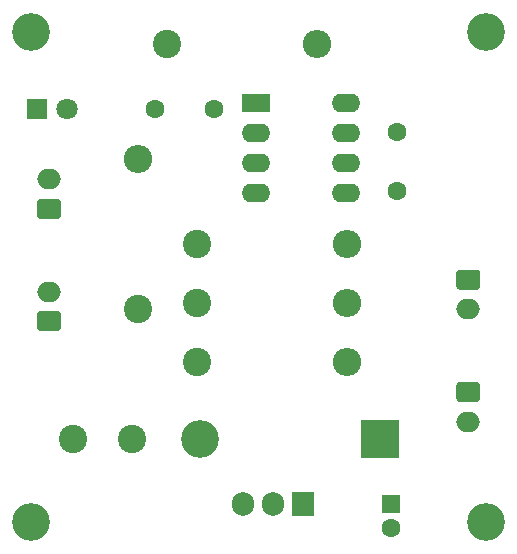
<source format=gbr>
%TF.GenerationSoftware,KiCad,Pcbnew,(5.1.7)-1*%
%TF.CreationDate,2021-06-02T10:40:56+01:00*%
%TF.ProjectId,12_24_boost_converter,31325f32-345f-4626-9f6f-73745f636f6e,rev?*%
%TF.SameCoordinates,Original*%
%TF.FileFunction,Soldermask,Bot*%
%TF.FilePolarity,Negative*%
%FSLAX46Y46*%
G04 Gerber Fmt 4.6, Leading zero omitted, Abs format (unit mm)*
G04 Created by KiCad (PCBNEW (5.1.7)-1) date 2021-06-02 10:40:56*
%MOMM*%
%LPD*%
G01*
G04 APERTURE LIST*
%ADD10O,2.000000X1.700000*%
%ADD11C,2.400000*%
%ADD12O,2.400000X2.400000*%
%ADD13C,1.800000*%
%ADD14R,1.800000X1.800000*%
%ADD15O,3.200000X3.200000*%
%ADD16R,3.200000X3.200000*%
%ADD17R,2.400000X1.600000*%
%ADD18O,2.400000X1.600000*%
%ADD19R,1.600000X1.600000*%
%ADD20C,1.600000*%
%ADD21R,1.905000X2.000000*%
%ADD22O,1.905000X2.000000*%
%ADD23C,3.200000*%
G04 APERTURE END LIST*
D10*
%TO.C,J4*%
X145500000Y-116500000D03*
G36*
G01*
X144750000Y-113150000D02*
X146250000Y-113150000D01*
G75*
G02*
X146500000Y-113400000I0J-250000D01*
G01*
X146500000Y-114600000D01*
G75*
G02*
X146250000Y-114850000I-250000J0D01*
G01*
X144750000Y-114850000D01*
G75*
G02*
X144500000Y-114600000I0J250000D01*
G01*
X144500000Y-113400000D01*
G75*
G02*
X144750000Y-113150000I250000J0D01*
G01*
G37*
%TD*%
D11*
%TO.C,L1*%
X117000000Y-118000000D03*
X112000000Y-118000000D03*
%TD*%
D12*
%TO.C,R5*%
X132700000Y-84500000D03*
D11*
X120000000Y-84500000D03*
%TD*%
D13*
%TO.C,D2*%
X111540000Y-90000000D03*
D14*
X109000000Y-90000000D03*
%TD*%
D15*
%TO.C,D1*%
X122760000Y-118000000D03*
D16*
X138000000Y-118000000D03*
%TD*%
D17*
%TO.C,U1*%
X127500000Y-89500000D03*
D18*
X135120000Y-97120000D03*
X127500000Y-92040000D03*
X135120000Y-94580000D03*
X127500000Y-94580000D03*
X135120000Y-92040000D03*
X127500000Y-97120000D03*
X135120000Y-89500000D03*
%TD*%
D12*
%TO.C,R1*%
X135200000Y-101500000D03*
D11*
X122500000Y-101500000D03*
%TD*%
%TO.C,J3*%
G36*
G01*
X144750000Y-103650000D02*
X146250000Y-103650000D01*
G75*
G02*
X146500000Y-103900000I0J-250000D01*
G01*
X146500000Y-105100000D01*
G75*
G02*
X146250000Y-105350000I-250000J0D01*
G01*
X144750000Y-105350000D01*
G75*
G02*
X144500000Y-105100000I0J250000D01*
G01*
X144500000Y-103900000D01*
G75*
G02*
X144750000Y-103650000I250000J0D01*
G01*
G37*
D10*
X145500000Y-107000000D03*
%TD*%
D19*
%TO.C,C3*%
X139000000Y-123500000D03*
D20*
X139000000Y-125500000D03*
%TD*%
D11*
%TO.C,R4*%
X122500000Y-111500000D03*
D12*
X135200000Y-111500000D03*
%TD*%
D11*
%TO.C,R3*%
X117500000Y-107000000D03*
D12*
X117500000Y-94300000D03*
%TD*%
%TO.C,R2*%
X135200000Y-106500000D03*
D11*
X122500000Y-106500000D03*
%TD*%
D20*
%TO.C,C1*%
X119000000Y-90000000D03*
X124000000Y-90000000D03*
%TD*%
%TO.C,J2*%
G36*
G01*
X110750000Y-108850000D02*
X109250000Y-108850000D01*
G75*
G02*
X109000000Y-108600000I0J250000D01*
G01*
X109000000Y-107400000D01*
G75*
G02*
X109250000Y-107150000I250000J0D01*
G01*
X110750000Y-107150000D01*
G75*
G02*
X111000000Y-107400000I0J-250000D01*
G01*
X111000000Y-108600000D01*
G75*
G02*
X110750000Y-108850000I-250000J0D01*
G01*
G37*
D10*
X110000000Y-105500000D03*
%TD*%
D20*
%TO.C,C2*%
X139500000Y-92000000D03*
X139500000Y-97000000D03*
%TD*%
D21*
%TO.C,Q1*%
X131500000Y-123500000D03*
D22*
X128960000Y-123500000D03*
X126420000Y-123500000D03*
%TD*%
%TO.C,J1*%
G36*
G01*
X110750000Y-99350000D02*
X109250000Y-99350000D01*
G75*
G02*
X109000000Y-99100000I0J250000D01*
G01*
X109000000Y-97900000D01*
G75*
G02*
X109250000Y-97650000I250000J0D01*
G01*
X110750000Y-97650000D01*
G75*
G02*
X111000000Y-97900000I0J-250000D01*
G01*
X111000000Y-99100000D01*
G75*
G02*
X110750000Y-99350000I-250000J0D01*
G01*
G37*
D10*
X110000000Y-96000000D03*
%TD*%
D23*
%TO.C,REF\u002A\u002A*%
X147000000Y-83500000D03*
%TD*%
%TO.C,REF\u002A\u002A*%
X108500000Y-125000000D03*
%TD*%
%TO.C,REF\u002A\u002A*%
X147000000Y-125000000D03*
%TD*%
%TO.C,REF\u002A\u002A*%
X108500000Y-83500000D03*
%TD*%
M02*

</source>
